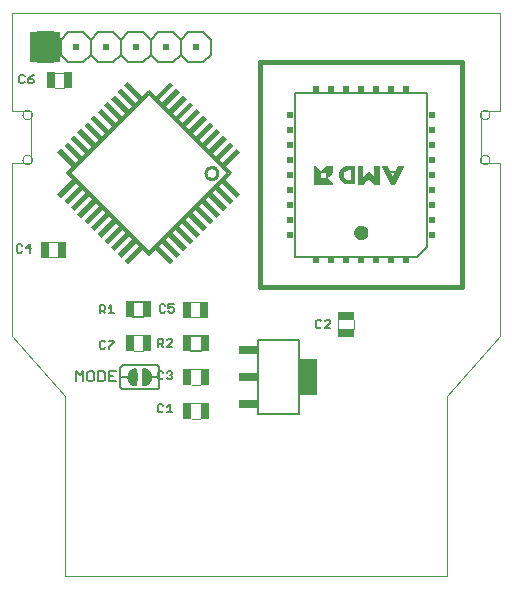
<source format=gto>
G75*
%MOIN*%
%OFA0B0*%
%FSLAX24Y24*%
%IPPOS*%
%LPD*%
%AMOC8*
5,1,8,0,0,1.08239X$1,22.5*
%
%ADD10C,0.0160*%
%ADD11R,0.1000X0.1000*%
%ADD12C,0.0000*%
%ADD13C,0.0040*%
%ADD14R,0.0571X0.0295*%
%ADD15C,0.0050*%
%ADD16C,0.0080*%
%ADD17C,0.0100*%
%ADD18R,0.0173X0.0697*%
%ADD19R,0.0173X0.0697*%
%ADD20R,0.0173X0.0697*%
%ADD21R,0.0697X0.0173*%
%ADD22R,0.0697X0.0173*%
%ADD23R,0.0697X0.0173*%
%ADD24C,0.0020*%
%ADD25C,0.0240*%
%ADD26R,0.0209X0.0228*%
%ADD27R,0.0228X0.0209*%
%ADD28R,0.0220X0.0140*%
%ADD29R,0.0300X0.0100*%
%ADD30R,0.0150X0.0600*%
%ADD31C,0.0008*%
%ADD32C,0.0060*%
%ADD33R,0.0200X0.0200*%
%ADD34R,0.0600X0.1200*%
%ADD35R,0.0600X0.0300*%
%ADD36R,0.0295X0.0571*%
%ADD37R,0.0256X0.0551*%
%ADD38C,0.0070*%
D10*
X008350Y011925D02*
X008350Y019425D01*
X015100Y019425D01*
X015100Y011925D01*
X008350Y011925D01*
D11*
X001200Y019935D03*
D12*
X001850Y002300D02*
X014600Y002300D01*
X014600Y008300D01*
X016350Y010300D01*
X016350Y016050D01*
X015725Y016050D01*
X015725Y017800D01*
X016350Y017800D01*
X016350Y021050D01*
X000100Y021050D01*
X000100Y017800D01*
X000725Y017800D01*
X000725Y016050D01*
X000100Y016050D01*
X000100Y010300D01*
X001850Y008300D01*
X001850Y002300D01*
X000443Y016175D02*
X000445Y016200D01*
X000451Y016224D01*
X000460Y016246D01*
X000473Y016267D01*
X000489Y016286D01*
X000508Y016302D01*
X000529Y016315D01*
X000551Y016324D01*
X000575Y016330D01*
X000600Y016332D01*
X000625Y016330D01*
X000649Y016324D01*
X000671Y016315D01*
X000692Y016302D01*
X000711Y016286D01*
X000727Y016267D01*
X000740Y016246D01*
X000749Y016224D01*
X000755Y016200D01*
X000757Y016175D01*
X000755Y016150D01*
X000749Y016126D01*
X000740Y016104D01*
X000727Y016083D01*
X000711Y016064D01*
X000692Y016048D01*
X000671Y016035D01*
X000649Y016026D01*
X000625Y016020D01*
X000600Y016018D01*
X000575Y016020D01*
X000551Y016026D01*
X000529Y016035D01*
X000508Y016048D01*
X000489Y016064D01*
X000473Y016083D01*
X000460Y016104D01*
X000451Y016126D01*
X000445Y016150D01*
X000443Y016175D01*
X000443Y017675D02*
X000445Y017700D01*
X000451Y017724D01*
X000460Y017746D01*
X000473Y017767D01*
X000489Y017786D01*
X000508Y017802D01*
X000529Y017815D01*
X000551Y017824D01*
X000575Y017830D01*
X000600Y017832D01*
X000625Y017830D01*
X000649Y017824D01*
X000671Y017815D01*
X000692Y017802D01*
X000711Y017786D01*
X000727Y017767D01*
X000740Y017746D01*
X000749Y017724D01*
X000755Y017700D01*
X000757Y017675D01*
X000755Y017650D01*
X000749Y017626D01*
X000740Y017604D01*
X000727Y017583D01*
X000711Y017564D01*
X000692Y017548D01*
X000671Y017535D01*
X000649Y017526D01*
X000625Y017520D01*
X000600Y017518D01*
X000575Y017520D01*
X000551Y017526D01*
X000529Y017535D01*
X000508Y017548D01*
X000489Y017564D01*
X000473Y017583D01*
X000460Y017604D01*
X000451Y017626D01*
X000445Y017650D01*
X000443Y017675D01*
X015693Y017675D02*
X015695Y017700D01*
X015701Y017724D01*
X015710Y017746D01*
X015723Y017767D01*
X015739Y017786D01*
X015758Y017802D01*
X015779Y017815D01*
X015801Y017824D01*
X015825Y017830D01*
X015850Y017832D01*
X015875Y017830D01*
X015899Y017824D01*
X015921Y017815D01*
X015942Y017802D01*
X015961Y017786D01*
X015977Y017767D01*
X015990Y017746D01*
X015999Y017724D01*
X016005Y017700D01*
X016007Y017675D01*
X016005Y017650D01*
X015999Y017626D01*
X015990Y017604D01*
X015977Y017583D01*
X015961Y017564D01*
X015942Y017548D01*
X015921Y017535D01*
X015899Y017526D01*
X015875Y017520D01*
X015850Y017518D01*
X015825Y017520D01*
X015801Y017526D01*
X015779Y017535D01*
X015758Y017548D01*
X015739Y017564D01*
X015723Y017583D01*
X015710Y017604D01*
X015701Y017626D01*
X015695Y017650D01*
X015693Y017675D01*
X015693Y016175D02*
X015695Y016200D01*
X015701Y016224D01*
X015710Y016246D01*
X015723Y016267D01*
X015739Y016286D01*
X015758Y016302D01*
X015779Y016315D01*
X015801Y016324D01*
X015825Y016330D01*
X015850Y016332D01*
X015875Y016330D01*
X015899Y016324D01*
X015921Y016315D01*
X015942Y016302D01*
X015961Y016286D01*
X015977Y016267D01*
X015990Y016246D01*
X015999Y016224D01*
X016005Y016200D01*
X016007Y016175D01*
X016005Y016150D01*
X015999Y016126D01*
X015990Y016104D01*
X015977Y016083D01*
X015961Y016064D01*
X015942Y016048D01*
X015921Y016035D01*
X015899Y016026D01*
X015875Y016020D01*
X015850Y016018D01*
X015825Y016020D01*
X015801Y016026D01*
X015779Y016035D01*
X015758Y016048D01*
X015739Y016064D01*
X015723Y016083D01*
X015710Y016104D01*
X015701Y016126D01*
X015695Y016150D01*
X015693Y016175D01*
D13*
X011485Y010825D02*
X011485Y010535D01*
X010965Y010525D02*
X010965Y010825D01*
X006375Y010915D02*
X006075Y010915D01*
X006075Y011435D02*
X006365Y011435D01*
X006375Y009185D02*
X006075Y009185D01*
X006085Y008665D02*
X006375Y008665D01*
X006375Y008060D02*
X006075Y008060D01*
X006085Y007540D02*
X006375Y007540D01*
X004450Y009810D02*
X004150Y009810D01*
X004150Y010330D02*
X004440Y010330D01*
X001625Y012915D02*
X001325Y012915D01*
X001325Y013435D02*
X001615Y013435D01*
X001525Y018560D02*
X001825Y018560D01*
X001815Y019080D02*
X001525Y019080D01*
D14*
X011225Y010963D03*
X011225Y010393D03*
D15*
X010701Y010565D02*
X010520Y010565D01*
X010701Y010745D01*
X010701Y010790D01*
X010655Y010835D01*
X010565Y010835D01*
X010520Y010790D01*
X010406Y010790D02*
X010361Y010835D01*
X010271Y010835D01*
X010226Y010790D01*
X010226Y010610D01*
X010271Y010565D01*
X010361Y010565D01*
X010406Y010610D01*
X005486Y011125D02*
X005440Y011080D01*
X005350Y011080D01*
X005305Y011125D01*
X005305Y011215D02*
X005395Y011260D01*
X005440Y011260D01*
X005486Y011215D01*
X005486Y011125D01*
X005305Y011215D02*
X005305Y011350D01*
X005486Y011350D01*
X005191Y011305D02*
X005146Y011350D01*
X005056Y011350D01*
X005011Y011305D01*
X005011Y011125D01*
X005056Y011080D01*
X005146Y011080D01*
X005191Y011125D01*
X005096Y010195D02*
X005141Y010150D01*
X005141Y010060D01*
X005096Y010015D01*
X004961Y010015D01*
X005051Y010015D02*
X005141Y009925D01*
X005255Y009925D02*
X005436Y010105D01*
X005436Y010150D01*
X005390Y010195D01*
X005300Y010195D01*
X005255Y010150D01*
X005096Y010195D02*
X004961Y010195D01*
X004961Y009925D01*
X005255Y009925D02*
X005436Y009925D01*
X005390Y009120D02*
X005436Y009075D01*
X005436Y009030D01*
X005390Y008985D01*
X005436Y008940D01*
X005436Y008895D01*
X005390Y008850D01*
X005300Y008850D01*
X005255Y008895D01*
X005141Y008895D02*
X005096Y008850D01*
X005006Y008850D01*
X004961Y008895D01*
X004961Y009075D01*
X005006Y009120D01*
X005096Y009120D01*
X005141Y009075D01*
X005255Y009075D02*
X005300Y009120D01*
X005390Y009120D01*
X005390Y008985D02*
X005345Y008985D01*
X005345Y008020D02*
X005345Y007750D01*
X005255Y007750D02*
X005436Y007750D01*
X005255Y007930D02*
X005345Y008020D01*
X005141Y007975D02*
X005096Y008020D01*
X005006Y008020D01*
X004961Y007975D01*
X004961Y007795D01*
X005006Y007750D01*
X005096Y007750D01*
X005141Y007795D01*
X004474Y008652D02*
X004451Y008925D01*
X004451Y008925D01*
X004474Y009198D01*
X004475Y009199D01*
X004507Y009194D01*
X004539Y009185D01*
X004569Y009173D01*
X004597Y009157D01*
X004624Y009138D01*
X004648Y009116D01*
X004669Y009092D01*
X004687Y009065D01*
X004702Y009036D01*
X004713Y009005D01*
X004721Y008974D01*
X004725Y008941D01*
X004725Y008909D01*
X004721Y008876D01*
X004713Y008845D01*
X004702Y008814D01*
X004687Y008785D01*
X004669Y008758D01*
X004648Y008734D01*
X004624Y008712D01*
X004597Y008693D01*
X004569Y008677D01*
X004539Y008665D01*
X004507Y008656D01*
X004475Y008651D01*
X004475Y008698D01*
X004503Y008703D01*
X004531Y008712D01*
X004557Y008724D01*
X004582Y008739D01*
X004605Y008757D01*
X004625Y008778D01*
X004642Y008802D01*
X004656Y008827D01*
X004667Y008854D01*
X004674Y008882D01*
X004678Y008911D01*
X004678Y008939D01*
X004674Y008968D01*
X004667Y008996D01*
X004656Y009023D01*
X004642Y009048D01*
X004625Y009072D01*
X004605Y009093D01*
X004582Y009111D01*
X004557Y009126D01*
X004531Y009138D01*
X004503Y009147D01*
X004475Y009152D01*
X004475Y009104D01*
X004500Y009099D01*
X004525Y009090D01*
X004547Y009078D01*
X004568Y009062D01*
X004587Y009044D01*
X004602Y009023D01*
X004615Y009000D01*
X004624Y008976D01*
X004629Y008951D01*
X004631Y008925D01*
X004629Y008899D01*
X004624Y008874D01*
X004615Y008850D01*
X004602Y008827D01*
X004587Y008806D01*
X004568Y008788D01*
X004547Y008772D01*
X004525Y008760D01*
X004500Y008751D01*
X004475Y008746D01*
X004475Y008793D01*
X004496Y008799D01*
X004516Y008808D01*
X004534Y008820D01*
X004550Y008835D01*
X004563Y008853D01*
X004573Y008872D01*
X004580Y008893D01*
X004584Y008914D01*
X004584Y008936D01*
X004580Y008957D01*
X004573Y008978D01*
X004563Y008997D01*
X004550Y009015D01*
X004534Y009030D01*
X004516Y009042D01*
X004496Y009051D01*
X004475Y009057D01*
X004475Y009008D01*
X004491Y009002D01*
X004505Y008993D01*
X004517Y008980D01*
X004527Y008966D01*
X004533Y008950D01*
X004537Y008934D01*
X004537Y008916D01*
X004533Y008900D01*
X004527Y008884D01*
X004517Y008870D01*
X004505Y008857D01*
X004491Y008848D01*
X004475Y008842D01*
X004473Y008893D01*
X004481Y008900D01*
X004487Y008909D01*
X004490Y008920D01*
X004490Y008930D01*
X004487Y008941D01*
X004481Y008950D01*
X004473Y008957D01*
X004226Y009198D02*
X004249Y008925D01*
X004249Y008925D01*
X004226Y008652D01*
X004225Y008651D01*
X004193Y008656D01*
X004161Y008665D01*
X004131Y008677D01*
X004103Y008693D01*
X004076Y008712D01*
X004052Y008734D01*
X004031Y008758D01*
X004013Y008785D01*
X003998Y008814D01*
X003987Y008845D01*
X003979Y008876D01*
X003975Y008909D01*
X003975Y008941D01*
X003979Y008974D01*
X003987Y009005D01*
X003998Y009036D01*
X004013Y009065D01*
X004031Y009092D01*
X004052Y009116D01*
X004076Y009138D01*
X004103Y009157D01*
X004131Y009173D01*
X004161Y009185D01*
X004193Y009194D01*
X004225Y009199D01*
X004225Y009152D01*
X004197Y009147D01*
X004169Y009138D01*
X004143Y009126D01*
X004118Y009111D01*
X004095Y009093D01*
X004075Y009072D01*
X004058Y009048D01*
X004044Y009023D01*
X004033Y008996D01*
X004026Y008968D01*
X004022Y008939D01*
X004022Y008911D01*
X004026Y008882D01*
X004033Y008854D01*
X004044Y008827D01*
X004058Y008802D01*
X004075Y008778D01*
X004095Y008757D01*
X004118Y008739D01*
X004143Y008724D01*
X004169Y008712D01*
X004197Y008703D01*
X004225Y008698D01*
X004225Y008746D01*
X004200Y008751D01*
X004175Y008760D01*
X004153Y008772D01*
X004132Y008788D01*
X004113Y008806D01*
X004098Y008827D01*
X004085Y008850D01*
X004076Y008874D01*
X004071Y008899D01*
X004069Y008925D01*
X004071Y008951D01*
X004076Y008976D01*
X004085Y009000D01*
X004098Y009023D01*
X004113Y009044D01*
X004132Y009062D01*
X004153Y009078D01*
X004175Y009090D01*
X004200Y009099D01*
X004225Y009104D01*
X004225Y009057D01*
X004204Y009051D01*
X004184Y009042D01*
X004166Y009030D01*
X004150Y009015D01*
X004137Y008997D01*
X004127Y008978D01*
X004120Y008957D01*
X004116Y008936D01*
X004116Y008914D01*
X004120Y008893D01*
X004127Y008872D01*
X004137Y008853D01*
X004150Y008835D01*
X004166Y008820D01*
X004184Y008808D01*
X004204Y008799D01*
X004225Y008793D01*
X004225Y008842D01*
X004209Y008848D01*
X004195Y008857D01*
X004183Y008870D01*
X004173Y008884D01*
X004167Y008900D01*
X004163Y008916D01*
X004163Y008934D01*
X004167Y008950D01*
X004173Y008966D01*
X004183Y008980D01*
X004195Y008993D01*
X004209Y009002D01*
X004225Y009008D01*
X004227Y008957D01*
X004219Y008950D01*
X004213Y008941D01*
X004210Y008930D01*
X004210Y008920D01*
X004213Y008909D01*
X004219Y008900D01*
X004227Y008893D01*
X003320Y009875D02*
X003320Y009920D01*
X003500Y010100D01*
X003500Y010145D01*
X003320Y010145D01*
X003205Y010100D02*
X003160Y010145D01*
X003070Y010145D01*
X003025Y010100D01*
X003025Y009920D01*
X003070Y009875D01*
X003160Y009875D01*
X003205Y009920D01*
X003205Y011050D02*
X003115Y011140D01*
X003160Y011140D02*
X003025Y011140D01*
X003025Y011050D02*
X003025Y011320D01*
X003160Y011320D01*
X003205Y011275D01*
X003205Y011185D01*
X003160Y011140D01*
X003320Y011050D02*
X003500Y011050D01*
X003410Y011050D02*
X003410Y011320D01*
X003320Y011230D01*
X000690Y013080D02*
X000690Y013350D01*
X000555Y013215D01*
X000736Y013215D01*
X000441Y013125D02*
X000396Y013080D01*
X000306Y013080D01*
X000261Y013125D01*
X000261Y013305D01*
X000306Y013350D01*
X000396Y013350D01*
X000441Y013305D01*
X000471Y018725D02*
X000516Y018770D01*
X000471Y018725D02*
X000381Y018725D01*
X000336Y018770D01*
X000336Y018950D01*
X000381Y018995D01*
X000471Y018995D01*
X000516Y018950D01*
X000630Y018860D02*
X000765Y018860D01*
X000811Y018815D01*
X000811Y018770D01*
X000765Y018725D01*
X000675Y018725D01*
X000630Y018770D01*
X000630Y018860D01*
X000720Y018950D01*
X000811Y018995D01*
D16*
X001918Y015727D02*
X004652Y012993D01*
X007386Y015727D01*
X004652Y018461D01*
X001918Y015727D01*
X002029Y015727D02*
X004652Y018349D01*
X007277Y015724D01*
X004655Y013102D01*
X002029Y015727D01*
X009516Y018403D02*
X009516Y012947D01*
X013603Y012947D01*
X013934Y013277D01*
X013934Y018403D01*
X009516Y018403D01*
X011285Y015925D02*
X011255Y015923D01*
X011225Y015918D01*
X011196Y015909D01*
X011169Y015896D01*
X011143Y015881D01*
X011119Y015862D01*
X011098Y015841D01*
X011079Y015817D01*
X011064Y015791D01*
X011051Y015764D01*
X011042Y015735D01*
X011037Y015705D01*
X011035Y015675D01*
X011037Y015645D01*
X011042Y015615D01*
X011051Y015586D01*
X011064Y015559D01*
X011079Y015533D01*
X011098Y015509D01*
X011119Y015488D01*
X011143Y015469D01*
X011169Y015454D01*
X011196Y015441D01*
X011225Y015432D01*
X011255Y015427D01*
X011285Y015425D01*
D17*
X011285Y015465D02*
X011258Y015467D01*
X011231Y015472D01*
X011205Y015481D01*
X011180Y015493D01*
X011157Y015508D01*
X011137Y015527D01*
X011118Y015547D01*
X011103Y015570D01*
X011091Y015595D01*
X011082Y015621D01*
X011077Y015648D01*
X011075Y015675D01*
X011077Y015702D01*
X011082Y015729D01*
X011091Y015755D01*
X011103Y015780D01*
X011118Y015803D01*
X011137Y015823D01*
X011157Y015842D01*
X011180Y015857D01*
X011205Y015869D01*
X011231Y015878D01*
X011258Y015883D01*
X011285Y015885D01*
X006543Y015727D02*
X006545Y015754D01*
X006551Y015781D01*
X006560Y015807D01*
X006573Y015831D01*
X006589Y015854D01*
X006608Y015873D01*
X006630Y015890D01*
X006654Y015904D01*
X006679Y015914D01*
X006706Y015921D01*
X006733Y015924D01*
X006761Y015923D01*
X006788Y015918D01*
X006814Y015910D01*
X006838Y015898D01*
X006861Y015882D01*
X006882Y015864D01*
X006899Y015843D01*
X006914Y015819D01*
X006925Y015794D01*
X006933Y015768D01*
X006937Y015741D01*
X006937Y015713D01*
X006933Y015686D01*
X006925Y015660D01*
X006914Y015635D01*
X006899Y015611D01*
X006882Y015590D01*
X006861Y015572D01*
X006839Y015556D01*
X006814Y015544D01*
X006788Y015536D01*
X006761Y015531D01*
X006733Y015530D01*
X006706Y015533D01*
X006679Y015540D01*
X006654Y015550D01*
X006630Y015564D01*
X006608Y015581D01*
X006589Y015600D01*
X006573Y015623D01*
X006560Y015647D01*
X006551Y015673D01*
X006545Y015700D01*
X006543Y015727D01*
D18*
G36*
X007575Y016544D02*
X007696Y016423D01*
X007205Y015932D01*
X007084Y016053D01*
X007575Y016544D01*
G37*
G36*
X006461Y017657D02*
X006582Y017536D01*
X006091Y017045D01*
X005970Y017166D01*
X006461Y017657D01*
G37*
G36*
X005348Y018771D02*
X005469Y018650D01*
X004978Y018159D01*
X004857Y018280D01*
X005348Y018771D01*
G37*
G36*
X002099Y015522D02*
X002220Y015401D01*
X001729Y014910D01*
X001608Y015031D01*
X002099Y015522D01*
G37*
G36*
X003212Y014408D02*
X003333Y014287D01*
X002842Y013796D01*
X002721Y013917D01*
X003212Y014408D01*
G37*
G36*
X004326Y013295D02*
X004447Y013174D01*
X003956Y012683D01*
X003835Y012804D01*
X004326Y013295D01*
G37*
D19*
G36*
X004103Y013518D02*
X004224Y013397D01*
X003733Y012906D01*
X003612Y013027D01*
X004103Y013518D01*
G37*
G36*
X003435Y014186D02*
X003556Y014065D01*
X003065Y013574D01*
X002944Y013695D01*
X003435Y014186D01*
G37*
G36*
X002990Y014631D02*
X003111Y014510D01*
X002620Y014019D01*
X002499Y014140D01*
X002990Y014631D01*
G37*
G36*
X002322Y015299D02*
X002443Y015178D01*
X001952Y014687D01*
X001831Y014808D01*
X002322Y015299D01*
G37*
G36*
X005570Y018548D02*
X005691Y018427D01*
X005200Y017936D01*
X005079Y018057D01*
X005570Y018548D01*
G37*
G36*
X006238Y017880D02*
X006359Y017759D01*
X005868Y017268D01*
X005747Y017389D01*
X006238Y017880D01*
G37*
G36*
X006684Y017434D02*
X006805Y017313D01*
X006314Y016822D01*
X006193Y016943D01*
X006684Y017434D01*
G37*
G36*
X007352Y016766D02*
X007473Y016645D01*
X006982Y016154D01*
X006861Y016275D01*
X007352Y016766D01*
G37*
D20*
G36*
X007129Y016989D02*
X007250Y016868D01*
X006759Y016377D01*
X006638Y016498D01*
X007129Y016989D01*
G37*
G36*
X006907Y017212D02*
X007028Y017091D01*
X006537Y016600D01*
X006416Y016721D01*
X006907Y017212D01*
G37*
G36*
X006016Y018103D02*
X006137Y017982D01*
X005646Y017491D01*
X005525Y017612D01*
X006016Y018103D01*
G37*
G36*
X005793Y018325D02*
X005914Y018204D01*
X005423Y017713D01*
X005302Y017834D01*
X005793Y018325D01*
G37*
G36*
X002767Y014854D02*
X002888Y014733D01*
X002397Y014242D01*
X002276Y014363D01*
X002767Y014854D01*
G37*
G36*
X002544Y015077D02*
X002665Y014956D01*
X002174Y014465D01*
X002053Y014586D01*
X002544Y015077D01*
G37*
G36*
X003658Y013963D02*
X003779Y013842D01*
X003288Y013351D01*
X003167Y013472D01*
X003658Y013963D01*
G37*
G36*
X003881Y013740D02*
X004002Y013619D01*
X003511Y013128D01*
X003390Y013249D01*
X003881Y013740D01*
G37*
D21*
G36*
X004978Y013295D02*
X005469Y012804D01*
X005348Y012683D01*
X004857Y013174D01*
X004978Y013295D01*
G37*
G36*
X006091Y014408D02*
X006582Y013917D01*
X006461Y013796D01*
X005970Y014287D01*
X006091Y014408D01*
G37*
G36*
X007205Y015522D02*
X007696Y015031D01*
X007575Y014910D01*
X007084Y015401D01*
X007205Y015522D01*
G37*
G36*
X003956Y018771D02*
X004447Y018280D01*
X004326Y018159D01*
X003835Y018650D01*
X003956Y018771D01*
G37*
G36*
X002842Y017657D02*
X003333Y017166D01*
X003212Y017045D01*
X002721Y017536D01*
X002842Y017657D01*
G37*
G36*
X001729Y016544D02*
X002220Y016053D01*
X002099Y015932D01*
X001608Y016423D01*
X001729Y016544D01*
G37*
D22*
G36*
X001952Y016766D02*
X002443Y016275D01*
X002322Y016154D01*
X001831Y016645D01*
X001952Y016766D01*
G37*
G36*
X002620Y017434D02*
X003111Y016943D01*
X002990Y016822D01*
X002499Y017313D01*
X002620Y017434D01*
G37*
G36*
X003065Y017880D02*
X003556Y017389D01*
X003435Y017268D01*
X002944Y017759D01*
X003065Y017880D01*
G37*
G36*
X003733Y018548D02*
X004224Y018057D01*
X004103Y017936D01*
X003612Y018427D01*
X003733Y018548D01*
G37*
G36*
X006314Y014631D02*
X006805Y014140D01*
X006684Y014019D01*
X006193Y014510D01*
X006314Y014631D01*
G37*
G36*
X005868Y014186D02*
X006359Y013695D01*
X006238Y013574D01*
X005747Y014065D01*
X005868Y014186D01*
G37*
G36*
X005200Y013518D02*
X005691Y013027D01*
X005570Y012906D01*
X005079Y013397D01*
X005200Y013518D01*
G37*
G36*
X006982Y015299D02*
X007473Y014808D01*
X007352Y014687D01*
X006861Y015178D01*
X006982Y015299D01*
G37*
D23*
G36*
X006759Y015077D02*
X007250Y014586D01*
X007129Y014465D01*
X006638Y014956D01*
X006759Y015077D01*
G37*
G36*
X006537Y014854D02*
X007028Y014363D01*
X006907Y014242D01*
X006416Y014733D01*
X006537Y014854D01*
G37*
G36*
X005646Y013963D02*
X006137Y013472D01*
X006016Y013351D01*
X005525Y013842D01*
X005646Y013963D01*
G37*
G36*
X005423Y013740D02*
X005914Y013249D01*
X005793Y013128D01*
X005302Y013619D01*
X005423Y013740D01*
G37*
G36*
X002397Y017212D02*
X002888Y016721D01*
X002767Y016600D01*
X002276Y017091D01*
X002397Y017212D01*
G37*
G36*
X002174Y016989D02*
X002665Y016498D01*
X002544Y016377D01*
X002053Y016868D01*
X002174Y016989D01*
G37*
G36*
X003288Y018103D02*
X003779Y017612D01*
X003658Y017491D01*
X003167Y017982D01*
X003288Y018103D01*
G37*
G36*
X003511Y018325D02*
X004002Y017834D01*
X003881Y017713D01*
X003390Y018204D01*
X003511Y018325D01*
G37*
D24*
X011285Y015965D02*
X011253Y015963D01*
X011220Y015958D01*
X011189Y015949D01*
X011159Y015936D01*
X011131Y015921D01*
X011104Y015902D01*
X011080Y015880D01*
X011058Y015856D01*
X011039Y015829D01*
X011024Y015801D01*
X011011Y015771D01*
X011002Y015740D01*
X010997Y015707D01*
X010995Y015675D01*
X010997Y015643D01*
X011002Y015610D01*
X011011Y015579D01*
X011024Y015549D01*
X011039Y015521D01*
X011058Y015494D01*
X011080Y015470D01*
X011104Y015448D01*
X011131Y015429D01*
X011159Y015414D01*
X011189Y015401D01*
X011220Y015392D01*
X011253Y015387D01*
X011285Y015385D01*
D25*
X011607Y013746D02*
X011609Y013767D01*
X011615Y013787D01*
X011624Y013807D01*
X011636Y013824D01*
X011651Y013838D01*
X011669Y013850D01*
X011689Y013858D01*
X011709Y013863D01*
X011730Y013864D01*
X011751Y013861D01*
X011771Y013855D01*
X011790Y013844D01*
X011807Y013831D01*
X011820Y013815D01*
X011831Y013797D01*
X011839Y013777D01*
X011843Y013757D01*
X011843Y013735D01*
X011839Y013715D01*
X011831Y013695D01*
X011820Y013677D01*
X011807Y013661D01*
X011790Y013648D01*
X011771Y013637D01*
X011751Y013631D01*
X011730Y013628D01*
X011709Y013629D01*
X011689Y013634D01*
X011669Y013642D01*
X011651Y013654D01*
X011636Y013668D01*
X011624Y013685D01*
X011615Y013705D01*
X011609Y013725D01*
X011607Y013746D01*
D26*
X011723Y012825D03*
X011223Y012825D03*
X010723Y012825D03*
X010223Y012825D03*
X012223Y012825D03*
X012723Y012825D03*
X013223Y012825D03*
X013227Y018525D03*
X012727Y018525D03*
X012227Y018525D03*
X011727Y018525D03*
X011227Y018525D03*
X010727Y018525D03*
X010227Y018525D03*
D27*
X009347Y017677D03*
X009347Y017177D03*
X009347Y016677D03*
X009347Y016177D03*
X009347Y015677D03*
X009347Y015177D03*
X009347Y014677D03*
X009347Y014177D03*
X009347Y013677D03*
X014103Y013673D03*
X014103Y014173D03*
X014103Y014673D03*
X014103Y015173D03*
X014103Y015673D03*
X014103Y016173D03*
X014103Y016673D03*
X014103Y017173D03*
X014103Y017673D03*
D28*
X011385Y015905D03*
X011385Y015445D03*
D29*
X012775Y015775D03*
D30*
X011450Y015675D03*
D31*
X011625Y015673D02*
X011775Y015673D01*
X011775Y015679D02*
X011625Y015679D01*
X011625Y015686D02*
X011775Y015686D01*
X011775Y015692D02*
X011625Y015692D01*
X011625Y015698D02*
X011775Y015698D01*
X011775Y015705D02*
X011625Y015705D01*
X011625Y015711D02*
X011775Y015711D01*
X011775Y015718D02*
X011625Y015718D01*
X011625Y015724D02*
X011775Y015724D01*
X011775Y015730D02*
X011625Y015730D01*
X011625Y015737D02*
X011775Y015737D01*
X011775Y015743D02*
X011625Y015743D01*
X011625Y015749D02*
X011775Y015749D01*
X011775Y015756D02*
X011625Y015756D01*
X011625Y015762D02*
X011775Y015762D01*
X011775Y015769D02*
X011625Y015769D01*
X011625Y015775D02*
X011775Y015775D01*
X011775Y015781D02*
X011625Y015781D01*
X011625Y015788D02*
X011775Y015788D01*
X011775Y015794D02*
X011625Y015794D01*
X011625Y015800D02*
X011775Y015800D01*
X011775Y015807D02*
X011625Y015807D01*
X011625Y015813D02*
X011775Y015813D01*
X011775Y015820D02*
X011625Y015820D01*
X011625Y015826D02*
X011775Y015826D01*
X011775Y015832D02*
X011625Y015832D01*
X011625Y015839D02*
X011775Y015839D01*
X011775Y015845D02*
X011625Y015845D01*
X011625Y015851D02*
X011775Y015851D01*
X011775Y015858D02*
X011625Y015858D01*
X011625Y015864D02*
X011775Y015864D01*
X011775Y015871D02*
X011625Y015871D01*
X011625Y015877D02*
X011775Y015877D01*
X011775Y015883D02*
X011625Y015883D01*
X011625Y015890D02*
X011775Y015890D01*
X011775Y015896D02*
X011625Y015896D01*
X011625Y015902D02*
X011775Y015902D01*
X011775Y015909D02*
X011625Y015909D01*
X011625Y015915D02*
X011775Y015915D01*
X011775Y015922D02*
X011625Y015922D01*
X011625Y015928D02*
X011775Y015928D01*
X011775Y015934D02*
X011625Y015934D01*
X011625Y015941D02*
X011775Y015941D01*
X011775Y015947D02*
X011625Y015947D01*
X011625Y015953D02*
X011775Y015953D01*
X011775Y015960D02*
X011625Y015960D01*
X011625Y015966D02*
X011775Y015966D01*
X011775Y015973D02*
X011625Y015973D01*
X011625Y015975D02*
X011775Y015975D01*
X011775Y015575D01*
X011975Y015775D01*
X012175Y015575D01*
X012175Y015975D01*
X012325Y015975D01*
X012325Y015375D01*
X012175Y015375D01*
X011975Y015575D01*
X011775Y015375D01*
X011625Y015375D01*
X011625Y015975D01*
X011625Y015667D02*
X011775Y015667D01*
X011775Y015660D02*
X011625Y015660D01*
X011625Y015654D02*
X011775Y015654D01*
X011775Y015647D02*
X011625Y015647D01*
X011625Y015641D02*
X011775Y015641D01*
X011775Y015635D02*
X011625Y015635D01*
X011625Y015628D02*
X011775Y015628D01*
X011775Y015622D02*
X011625Y015622D01*
X011625Y015616D02*
X011775Y015616D01*
X011775Y015609D02*
X011625Y015609D01*
X011625Y015603D02*
X011775Y015603D01*
X011775Y015596D02*
X011625Y015596D01*
X011625Y015590D02*
X011775Y015590D01*
X011775Y015584D02*
X011625Y015584D01*
X011625Y015577D02*
X011775Y015577D01*
X011777Y015577D02*
X012173Y015577D01*
X012175Y015577D02*
X012325Y015577D01*
X012325Y015571D02*
X011979Y015571D01*
X011971Y015571D02*
X011625Y015571D01*
X011625Y015565D02*
X011965Y015565D01*
X011958Y015558D02*
X011625Y015558D01*
X011625Y015552D02*
X011952Y015552D01*
X011945Y015545D02*
X011625Y015545D01*
X011625Y015539D02*
X011939Y015539D01*
X011933Y015533D02*
X011625Y015533D01*
X011625Y015526D02*
X011926Y015526D01*
X011920Y015520D02*
X011625Y015520D01*
X011625Y015514D02*
X011914Y015514D01*
X011907Y015507D02*
X011625Y015507D01*
X011625Y015501D02*
X011901Y015501D01*
X011894Y015494D02*
X011625Y015494D01*
X011625Y015488D02*
X011888Y015488D01*
X011882Y015482D02*
X011625Y015482D01*
X011625Y015475D02*
X011875Y015475D01*
X011869Y015469D02*
X011625Y015469D01*
X011625Y015463D02*
X011863Y015463D01*
X011856Y015456D02*
X011625Y015456D01*
X011625Y015450D02*
X011850Y015450D01*
X011843Y015443D02*
X011625Y015443D01*
X011625Y015437D02*
X011837Y015437D01*
X011831Y015431D02*
X011625Y015431D01*
X011625Y015424D02*
X011824Y015424D01*
X011818Y015418D02*
X011625Y015418D01*
X011625Y015412D02*
X011812Y015412D01*
X011805Y015405D02*
X011625Y015405D01*
X011625Y015399D02*
X011799Y015399D01*
X011792Y015392D02*
X011625Y015392D01*
X011625Y015386D02*
X011786Y015386D01*
X011780Y015380D02*
X011625Y015380D01*
X011784Y015584D02*
X012166Y015584D01*
X012160Y015590D02*
X011790Y015590D01*
X011796Y015596D02*
X012154Y015596D01*
X012147Y015603D02*
X011803Y015603D01*
X011809Y015609D02*
X012141Y015609D01*
X012134Y015616D02*
X011816Y015616D01*
X011822Y015622D02*
X012128Y015622D01*
X012122Y015628D02*
X011828Y015628D01*
X011835Y015635D02*
X012115Y015635D01*
X012109Y015641D02*
X011841Y015641D01*
X011847Y015647D02*
X012103Y015647D01*
X012096Y015654D02*
X011854Y015654D01*
X011860Y015660D02*
X012090Y015660D01*
X012083Y015667D02*
X011867Y015667D01*
X011873Y015673D02*
X012077Y015673D01*
X012071Y015679D02*
X011879Y015679D01*
X011886Y015686D02*
X012064Y015686D01*
X012058Y015692D02*
X011892Y015692D01*
X011898Y015698D02*
X012052Y015698D01*
X012045Y015705D02*
X011905Y015705D01*
X011911Y015711D02*
X012039Y015711D01*
X012032Y015718D02*
X011918Y015718D01*
X011924Y015724D02*
X012026Y015724D01*
X012020Y015730D02*
X011930Y015730D01*
X011937Y015737D02*
X012013Y015737D01*
X012007Y015743D02*
X011943Y015743D01*
X011949Y015749D02*
X012001Y015749D01*
X011994Y015756D02*
X011956Y015756D01*
X011962Y015762D02*
X011988Y015762D01*
X011981Y015769D02*
X011969Y015769D01*
X011975Y015775D02*
X011975Y015775D01*
X011985Y015565D02*
X012325Y015565D01*
X012325Y015558D02*
X011992Y015558D01*
X011998Y015552D02*
X012325Y015552D01*
X012325Y015545D02*
X012005Y015545D01*
X012011Y015539D02*
X012325Y015539D01*
X012325Y015533D02*
X012017Y015533D01*
X012024Y015526D02*
X012325Y015526D01*
X012325Y015520D02*
X012030Y015520D01*
X012036Y015514D02*
X012325Y015514D01*
X012325Y015507D02*
X012043Y015507D01*
X012049Y015501D02*
X012325Y015501D01*
X012325Y015494D02*
X012056Y015494D01*
X012062Y015488D02*
X012325Y015488D01*
X012325Y015482D02*
X012068Y015482D01*
X012075Y015475D02*
X012325Y015475D01*
X012325Y015469D02*
X012081Y015469D01*
X012087Y015463D02*
X012325Y015463D01*
X012325Y015456D02*
X012094Y015456D01*
X012100Y015450D02*
X012325Y015450D01*
X012325Y015443D02*
X012107Y015443D01*
X012113Y015437D02*
X012325Y015437D01*
X012325Y015431D02*
X012119Y015431D01*
X012126Y015424D02*
X012325Y015424D01*
X012325Y015418D02*
X012132Y015418D01*
X012138Y015412D02*
X012325Y015412D01*
X012325Y015405D02*
X012145Y015405D01*
X012151Y015399D02*
X012325Y015399D01*
X012325Y015392D02*
X012158Y015392D01*
X012164Y015386D02*
X012325Y015386D01*
X012325Y015380D02*
X012170Y015380D01*
X012175Y015584D02*
X012325Y015584D01*
X012325Y015590D02*
X012175Y015590D01*
X012175Y015596D02*
X012325Y015596D01*
X012325Y015603D02*
X012175Y015603D01*
X012175Y015609D02*
X012325Y015609D01*
X012325Y015616D02*
X012175Y015616D01*
X012175Y015622D02*
X012325Y015622D01*
X012325Y015628D02*
X012175Y015628D01*
X012175Y015635D02*
X012325Y015635D01*
X012325Y015641D02*
X012175Y015641D01*
X012175Y015647D02*
X012325Y015647D01*
X012325Y015654D02*
X012175Y015654D01*
X012175Y015660D02*
X012325Y015660D01*
X012325Y015667D02*
X012175Y015667D01*
X012175Y015673D02*
X012325Y015673D01*
X012325Y015679D02*
X012175Y015679D01*
X012175Y015686D02*
X012325Y015686D01*
X012325Y015692D02*
X012175Y015692D01*
X012175Y015698D02*
X012325Y015698D01*
X012325Y015705D02*
X012175Y015705D01*
X012175Y015711D02*
X012325Y015711D01*
X012325Y015718D02*
X012175Y015718D01*
X012175Y015724D02*
X012325Y015724D01*
X012325Y015730D02*
X012175Y015730D01*
X012175Y015737D02*
X012325Y015737D01*
X012325Y015743D02*
X012175Y015743D01*
X012175Y015749D02*
X012325Y015749D01*
X012325Y015756D02*
X012175Y015756D01*
X012175Y015762D02*
X012325Y015762D01*
X012325Y015769D02*
X012175Y015769D01*
X012175Y015775D02*
X012325Y015775D01*
X012325Y015781D02*
X012175Y015781D01*
X012175Y015788D02*
X012325Y015788D01*
X012325Y015794D02*
X012175Y015794D01*
X012175Y015800D02*
X012325Y015800D01*
X012325Y015807D02*
X012175Y015807D01*
X012175Y015813D02*
X012325Y015813D01*
X012325Y015820D02*
X012175Y015820D01*
X012175Y015826D02*
X012325Y015826D01*
X012325Y015832D02*
X012175Y015832D01*
X012175Y015839D02*
X012325Y015839D01*
X012325Y015845D02*
X012175Y015845D01*
X012175Y015851D02*
X012325Y015851D01*
X012325Y015858D02*
X012175Y015858D01*
X012175Y015864D02*
X012325Y015864D01*
X012325Y015871D02*
X012175Y015871D01*
X012175Y015877D02*
X012325Y015877D01*
X012325Y015883D02*
X012175Y015883D01*
X012175Y015890D02*
X012325Y015890D01*
X012325Y015896D02*
X012175Y015896D01*
X012175Y015902D02*
X012325Y015902D01*
X012325Y015909D02*
X012175Y015909D01*
X012175Y015915D02*
X012325Y015915D01*
X012325Y015922D02*
X012175Y015922D01*
X012175Y015928D02*
X012325Y015928D01*
X012325Y015934D02*
X012175Y015934D01*
X012175Y015941D02*
X012325Y015941D01*
X012325Y015947D02*
X012175Y015947D01*
X012175Y015953D02*
X012325Y015953D01*
X012325Y015960D02*
X012175Y015960D01*
X012175Y015966D02*
X012325Y015966D01*
X012325Y015973D02*
X012175Y015973D01*
X012425Y015975D02*
X012575Y015975D01*
X012775Y015575D01*
X012975Y015975D01*
X013125Y015975D01*
X012825Y015375D01*
X012725Y015375D01*
X012425Y015975D01*
X012426Y015973D02*
X012576Y015973D01*
X012579Y015966D02*
X012429Y015966D01*
X012433Y015960D02*
X012583Y015960D01*
X012586Y015953D02*
X012436Y015953D01*
X012439Y015947D02*
X012589Y015947D01*
X012592Y015941D02*
X012442Y015941D01*
X012445Y015934D02*
X012595Y015934D01*
X012599Y015928D02*
X012449Y015928D01*
X012452Y015922D02*
X012602Y015922D01*
X012605Y015915D02*
X012455Y015915D01*
X012458Y015909D02*
X012608Y015909D01*
X012611Y015902D02*
X012461Y015902D01*
X012464Y015896D02*
X012614Y015896D01*
X012618Y015890D02*
X012468Y015890D01*
X012471Y015883D02*
X012621Y015883D01*
X012624Y015877D02*
X012474Y015877D01*
X012477Y015871D02*
X012627Y015871D01*
X012630Y015864D02*
X012480Y015864D01*
X012484Y015858D02*
X012634Y015858D01*
X012637Y015851D02*
X012487Y015851D01*
X012490Y015845D02*
X012640Y015845D01*
X012643Y015839D02*
X012493Y015839D01*
X012496Y015832D02*
X012646Y015832D01*
X012650Y015826D02*
X012500Y015826D01*
X012503Y015820D02*
X012653Y015820D01*
X012656Y015813D02*
X012506Y015813D01*
X012509Y015807D02*
X012659Y015807D01*
X012662Y015800D02*
X012512Y015800D01*
X012515Y015794D02*
X012665Y015794D01*
X012669Y015788D02*
X012519Y015788D01*
X012522Y015781D02*
X012672Y015781D01*
X012675Y015775D02*
X012525Y015775D01*
X012528Y015769D02*
X012678Y015769D01*
X012681Y015762D02*
X012531Y015762D01*
X012535Y015756D02*
X012685Y015756D01*
X012688Y015749D02*
X012538Y015749D01*
X012541Y015743D02*
X012691Y015743D01*
X012694Y015737D02*
X012544Y015737D01*
X012547Y015730D02*
X012697Y015730D01*
X012701Y015724D02*
X012551Y015724D01*
X012554Y015718D02*
X012704Y015718D01*
X012707Y015711D02*
X012557Y015711D01*
X012560Y015705D02*
X012710Y015705D01*
X012713Y015698D02*
X012563Y015698D01*
X012566Y015692D02*
X012716Y015692D01*
X012720Y015686D02*
X012570Y015686D01*
X012573Y015679D02*
X012723Y015679D01*
X012726Y015673D02*
X012576Y015673D01*
X012579Y015667D02*
X012729Y015667D01*
X012732Y015660D02*
X012582Y015660D01*
X012586Y015654D02*
X012736Y015654D01*
X012739Y015647D02*
X012589Y015647D01*
X012592Y015641D02*
X012742Y015641D01*
X012745Y015635D02*
X012595Y015635D01*
X012598Y015628D02*
X012748Y015628D01*
X012752Y015622D02*
X012602Y015622D01*
X012605Y015616D02*
X012755Y015616D01*
X012758Y015609D02*
X012608Y015609D01*
X012611Y015603D02*
X012761Y015603D01*
X012764Y015596D02*
X012614Y015596D01*
X012617Y015590D02*
X012767Y015590D01*
X012771Y015584D02*
X012621Y015584D01*
X012624Y015577D02*
X012774Y015577D01*
X012776Y015577D02*
X012926Y015577D01*
X012923Y015571D02*
X012627Y015571D01*
X012630Y015565D02*
X012920Y015565D01*
X012917Y015558D02*
X012633Y015558D01*
X012637Y015552D02*
X012913Y015552D01*
X012910Y015545D02*
X012640Y015545D01*
X012643Y015539D02*
X012907Y015539D01*
X012904Y015533D02*
X012646Y015533D01*
X012649Y015526D02*
X012901Y015526D01*
X012897Y015520D02*
X012653Y015520D01*
X012656Y015514D02*
X012894Y015514D01*
X012891Y015507D02*
X012659Y015507D01*
X012662Y015501D02*
X012888Y015501D01*
X012885Y015494D02*
X012665Y015494D01*
X012668Y015488D02*
X012882Y015488D01*
X012878Y015482D02*
X012672Y015482D01*
X012675Y015475D02*
X012875Y015475D01*
X012872Y015469D02*
X012678Y015469D01*
X012681Y015463D02*
X012869Y015463D01*
X012866Y015456D02*
X012684Y015456D01*
X012688Y015450D02*
X012862Y015450D01*
X012859Y015443D02*
X012691Y015443D01*
X012694Y015437D02*
X012856Y015437D01*
X012853Y015431D02*
X012697Y015431D01*
X012700Y015424D02*
X012850Y015424D01*
X012846Y015418D02*
X012704Y015418D01*
X012707Y015412D02*
X012843Y015412D01*
X012840Y015405D02*
X012710Y015405D01*
X012713Y015399D02*
X012837Y015399D01*
X012834Y015392D02*
X012716Y015392D01*
X012719Y015386D02*
X012831Y015386D01*
X012827Y015380D02*
X012723Y015380D01*
X012779Y015584D02*
X012929Y015584D01*
X012933Y015590D02*
X012783Y015590D01*
X012786Y015596D02*
X012936Y015596D01*
X012939Y015603D02*
X012789Y015603D01*
X012792Y015609D02*
X012942Y015609D01*
X012945Y015616D02*
X012795Y015616D01*
X012798Y015622D02*
X012948Y015622D01*
X012952Y015628D02*
X012802Y015628D01*
X012805Y015635D02*
X012955Y015635D01*
X012958Y015641D02*
X012808Y015641D01*
X012811Y015647D02*
X012961Y015647D01*
X012964Y015654D02*
X012814Y015654D01*
X012818Y015660D02*
X012968Y015660D01*
X012971Y015667D02*
X012821Y015667D01*
X012824Y015673D02*
X012974Y015673D01*
X012977Y015679D02*
X012827Y015679D01*
X012830Y015686D02*
X012980Y015686D01*
X012984Y015692D02*
X012834Y015692D01*
X012837Y015698D02*
X012987Y015698D01*
X012990Y015705D02*
X012840Y015705D01*
X012843Y015711D02*
X012993Y015711D01*
X012996Y015718D02*
X012846Y015718D01*
X012849Y015724D02*
X012999Y015724D01*
X013003Y015730D02*
X012853Y015730D01*
X012856Y015737D02*
X013006Y015737D01*
X013009Y015743D02*
X012859Y015743D01*
X012862Y015749D02*
X013012Y015749D01*
X013015Y015756D02*
X012865Y015756D01*
X012869Y015762D02*
X013019Y015762D01*
X013022Y015769D02*
X012872Y015769D01*
X012875Y015775D02*
X013025Y015775D01*
X013028Y015781D02*
X012878Y015781D01*
X012881Y015788D02*
X013031Y015788D01*
X013035Y015794D02*
X012885Y015794D01*
X012888Y015800D02*
X013038Y015800D01*
X013041Y015807D02*
X012891Y015807D01*
X012894Y015813D02*
X013044Y015813D01*
X013047Y015820D02*
X012897Y015820D01*
X012900Y015826D02*
X013050Y015826D01*
X013054Y015832D02*
X012904Y015832D01*
X012907Y015839D02*
X013057Y015839D01*
X013060Y015845D02*
X012910Y015845D01*
X012913Y015851D02*
X013063Y015851D01*
X013066Y015858D02*
X012916Y015858D01*
X012920Y015864D02*
X013070Y015864D01*
X013073Y015871D02*
X012923Y015871D01*
X012926Y015877D02*
X013076Y015877D01*
X013079Y015883D02*
X012929Y015883D01*
X012932Y015890D02*
X013082Y015890D01*
X013086Y015896D02*
X012936Y015896D01*
X012939Y015902D02*
X013089Y015902D01*
X013092Y015909D02*
X012942Y015909D01*
X012945Y015915D02*
X013095Y015915D01*
X013098Y015922D02*
X012948Y015922D01*
X012951Y015928D02*
X013101Y015928D01*
X013105Y015934D02*
X012955Y015934D01*
X012958Y015941D02*
X013108Y015941D01*
X013111Y015947D02*
X012961Y015947D01*
X012964Y015953D02*
X013114Y015953D01*
X013117Y015960D02*
X012967Y015960D01*
X012971Y015966D02*
X013121Y015966D01*
X013124Y015973D02*
X012974Y015973D01*
X010775Y015975D02*
X010775Y015775D01*
X010575Y015575D01*
X010575Y015775D01*
X010375Y015775D01*
X010575Y015975D01*
X010775Y015975D01*
X010775Y015973D02*
X010573Y015973D01*
X010566Y015966D02*
X010775Y015966D01*
X010775Y015960D02*
X010560Y015960D01*
X010553Y015953D02*
X010775Y015953D01*
X010775Y015947D02*
X010547Y015947D01*
X010541Y015941D02*
X010775Y015941D01*
X010775Y015934D02*
X010534Y015934D01*
X010528Y015928D02*
X010775Y015928D01*
X010775Y015922D02*
X010522Y015922D01*
X010515Y015915D02*
X010775Y015915D01*
X010775Y015909D02*
X010509Y015909D01*
X010502Y015902D02*
X010775Y015902D01*
X010775Y015896D02*
X010496Y015896D01*
X010490Y015890D02*
X010775Y015890D01*
X010775Y015883D02*
X010483Y015883D01*
X010477Y015877D02*
X010775Y015877D01*
X010775Y015871D02*
X010471Y015871D01*
X010464Y015864D02*
X010775Y015864D01*
X010775Y015858D02*
X010458Y015858D01*
X010451Y015851D02*
X010775Y015851D01*
X010775Y015845D02*
X010445Y015845D01*
X010439Y015839D02*
X010775Y015839D01*
X010775Y015832D02*
X010432Y015832D01*
X010426Y015826D02*
X010775Y015826D01*
X010775Y015820D02*
X010420Y015820D01*
X010413Y015813D02*
X010775Y015813D01*
X010775Y015807D02*
X010407Y015807D01*
X010400Y015800D02*
X010775Y015800D01*
X010775Y015794D02*
X010394Y015794D01*
X010388Y015788D02*
X010775Y015788D01*
X010775Y015781D02*
X010381Y015781D01*
X010375Y015775D02*
X010375Y015575D01*
X010575Y015575D01*
X010775Y015375D01*
X010175Y015375D01*
X010175Y015975D01*
X010375Y015775D01*
X010175Y015775D01*
X010175Y015781D02*
X010369Y015781D01*
X010362Y015788D02*
X010175Y015788D01*
X010175Y015794D02*
X010356Y015794D01*
X010350Y015800D02*
X010175Y015800D01*
X010175Y015807D02*
X010343Y015807D01*
X010337Y015813D02*
X010175Y015813D01*
X010175Y015820D02*
X010330Y015820D01*
X010324Y015826D02*
X010175Y015826D01*
X010175Y015832D02*
X010318Y015832D01*
X010311Y015839D02*
X010175Y015839D01*
X010175Y015845D02*
X010305Y015845D01*
X010299Y015851D02*
X010175Y015851D01*
X010175Y015858D02*
X010292Y015858D01*
X010286Y015864D02*
X010175Y015864D01*
X010175Y015871D02*
X010279Y015871D01*
X010273Y015877D02*
X010175Y015877D01*
X010175Y015883D02*
X010267Y015883D01*
X010260Y015890D02*
X010175Y015890D01*
X010175Y015896D02*
X010254Y015896D01*
X010248Y015902D02*
X010175Y015902D01*
X010175Y015909D02*
X010241Y015909D01*
X010235Y015915D02*
X010175Y015915D01*
X010175Y015922D02*
X010228Y015922D01*
X010222Y015928D02*
X010175Y015928D01*
X010175Y015934D02*
X010216Y015934D01*
X010209Y015941D02*
X010175Y015941D01*
X010175Y015947D02*
X010203Y015947D01*
X010197Y015953D02*
X010175Y015953D01*
X010175Y015960D02*
X010190Y015960D01*
X010184Y015966D02*
X010175Y015966D01*
X010175Y015973D02*
X010177Y015973D01*
X010175Y015769D02*
X010375Y015769D01*
X010375Y015762D02*
X010175Y015762D01*
X010175Y015756D02*
X010375Y015756D01*
X010375Y015749D02*
X010175Y015749D01*
X010175Y015743D02*
X010375Y015743D01*
X010375Y015737D02*
X010175Y015737D01*
X010175Y015730D02*
X010375Y015730D01*
X010375Y015724D02*
X010175Y015724D01*
X010175Y015718D02*
X010375Y015718D01*
X010375Y015711D02*
X010175Y015711D01*
X010175Y015705D02*
X010375Y015705D01*
X010375Y015698D02*
X010175Y015698D01*
X010175Y015692D02*
X010375Y015692D01*
X010375Y015686D02*
X010175Y015686D01*
X010175Y015679D02*
X010375Y015679D01*
X010375Y015673D02*
X010175Y015673D01*
X010175Y015667D02*
X010375Y015667D01*
X010375Y015660D02*
X010175Y015660D01*
X010175Y015654D02*
X010375Y015654D01*
X010375Y015647D02*
X010175Y015647D01*
X010175Y015641D02*
X010375Y015641D01*
X010375Y015635D02*
X010175Y015635D01*
X010175Y015628D02*
X010375Y015628D01*
X010375Y015622D02*
X010175Y015622D01*
X010175Y015616D02*
X010375Y015616D01*
X010375Y015609D02*
X010175Y015609D01*
X010175Y015603D02*
X010375Y015603D01*
X010375Y015596D02*
X010175Y015596D01*
X010175Y015590D02*
X010375Y015590D01*
X010375Y015584D02*
X010175Y015584D01*
X010175Y015577D02*
X010375Y015577D01*
X010575Y015577D02*
X010577Y015577D01*
X010579Y015571D02*
X010175Y015571D01*
X010175Y015565D02*
X010585Y015565D01*
X010592Y015558D02*
X010175Y015558D01*
X010175Y015552D02*
X010598Y015552D01*
X010605Y015545D02*
X010175Y015545D01*
X010175Y015539D02*
X010611Y015539D01*
X010617Y015533D02*
X010175Y015533D01*
X010175Y015526D02*
X010624Y015526D01*
X010630Y015520D02*
X010175Y015520D01*
X010175Y015514D02*
X010636Y015514D01*
X010643Y015507D02*
X010175Y015507D01*
X010175Y015501D02*
X010649Y015501D01*
X010656Y015494D02*
X010175Y015494D01*
X010175Y015488D02*
X010662Y015488D01*
X010668Y015482D02*
X010175Y015482D01*
X010175Y015475D02*
X010675Y015475D01*
X010681Y015469D02*
X010175Y015469D01*
X010175Y015463D02*
X010687Y015463D01*
X010694Y015456D02*
X010175Y015456D01*
X010175Y015450D02*
X010700Y015450D01*
X010707Y015443D02*
X010175Y015443D01*
X010175Y015437D02*
X010713Y015437D01*
X010719Y015431D02*
X010175Y015431D01*
X010175Y015424D02*
X010726Y015424D01*
X010732Y015418D02*
X010175Y015418D01*
X010175Y015412D02*
X010738Y015412D01*
X010745Y015405D02*
X010175Y015405D01*
X010175Y015399D02*
X010751Y015399D01*
X010758Y015392D02*
X010175Y015392D01*
X010175Y015386D02*
X010764Y015386D01*
X010770Y015380D02*
X010175Y015380D01*
X010575Y015584D02*
X010584Y015584D01*
X010590Y015590D02*
X010575Y015590D01*
X010575Y015596D02*
X010596Y015596D01*
X010603Y015603D02*
X010575Y015603D01*
X010575Y015609D02*
X010609Y015609D01*
X010616Y015616D02*
X010575Y015616D01*
X010575Y015622D02*
X010622Y015622D01*
X010628Y015628D02*
X010575Y015628D01*
X010575Y015635D02*
X010635Y015635D01*
X010641Y015641D02*
X010575Y015641D01*
X010575Y015647D02*
X010647Y015647D01*
X010654Y015654D02*
X010575Y015654D01*
X010575Y015660D02*
X010660Y015660D01*
X010667Y015667D02*
X010575Y015667D01*
X010575Y015673D02*
X010673Y015673D01*
X010679Y015679D02*
X010575Y015679D01*
X010575Y015686D02*
X010686Y015686D01*
X010692Y015692D02*
X010575Y015692D01*
X010575Y015698D02*
X010698Y015698D01*
X010705Y015705D02*
X010575Y015705D01*
X010575Y015711D02*
X010711Y015711D01*
X010718Y015718D02*
X010575Y015718D01*
X010575Y015724D02*
X010724Y015724D01*
X010730Y015730D02*
X010575Y015730D01*
X010575Y015737D02*
X010737Y015737D01*
X010743Y015743D02*
X010575Y015743D01*
X010575Y015749D02*
X010749Y015749D01*
X010756Y015756D02*
X010575Y015756D01*
X010575Y015762D02*
X010762Y015762D01*
X010769Y015769D02*
X010575Y015769D01*
X010575Y015775D02*
X010775Y015775D01*
D32*
X006725Y019675D02*
X006475Y019425D01*
X005975Y019425D01*
X005725Y019675D01*
X005475Y019425D01*
X004975Y019425D01*
X004725Y019675D01*
X004475Y019425D01*
X003975Y019425D01*
X003725Y019675D01*
X003475Y019425D01*
X002975Y019425D01*
X002725Y019675D01*
X002475Y019425D01*
X001975Y019425D01*
X001725Y019675D01*
X001475Y019425D01*
X000975Y019425D01*
X000725Y019675D01*
X000725Y020175D01*
X000975Y020425D01*
X001475Y020425D01*
X001725Y020175D01*
X001975Y020425D01*
X002475Y020425D01*
X002725Y020175D01*
X002725Y019675D01*
X002725Y020175D02*
X002975Y020425D01*
X003475Y020425D01*
X003725Y020175D01*
X003975Y020425D01*
X004475Y020425D01*
X004725Y020175D01*
X004975Y020425D01*
X005475Y020425D01*
X005725Y020175D01*
X005975Y020425D01*
X006475Y020425D01*
X006725Y020175D01*
X006725Y019675D01*
X005725Y019675D02*
X005725Y020175D01*
X004725Y020175D02*
X004725Y019675D01*
X003725Y019675D02*
X003725Y020175D01*
X001725Y020175D02*
X001725Y019675D01*
X004139Y011445D02*
X004461Y011445D01*
X004461Y010945D02*
X004139Y010945D01*
X003800Y009325D02*
X004900Y009325D01*
X004917Y009323D01*
X004934Y009319D01*
X004950Y009312D01*
X004964Y009302D01*
X004977Y009289D01*
X004987Y009275D01*
X004994Y009259D01*
X004998Y009242D01*
X005000Y009225D01*
X005000Y008625D01*
X004998Y008608D01*
X004994Y008591D01*
X004987Y008575D01*
X004977Y008561D01*
X004964Y008548D01*
X004950Y008538D01*
X004934Y008531D01*
X004917Y008527D01*
X004900Y008525D01*
X003800Y008525D01*
X003783Y008527D01*
X003766Y008531D01*
X003750Y008538D01*
X003736Y008548D01*
X003723Y008561D01*
X003713Y008575D01*
X003706Y008591D01*
X003702Y008608D01*
X003700Y008625D01*
X003700Y009225D01*
X003702Y009242D01*
X003706Y009259D01*
X003713Y009275D01*
X003723Y009289D01*
X003736Y009302D01*
X003750Y009312D01*
X003766Y009319D01*
X003783Y009323D01*
X003800Y009325D01*
X003750Y008925D02*
X003950Y008925D01*
X004750Y008925D02*
X004950Y008925D01*
X006064Y009800D02*
X006386Y009800D01*
X006386Y010300D02*
X006064Y010300D01*
X008294Y010155D02*
X008294Y007695D01*
X009656Y007695D01*
X009656Y010155D01*
X008294Y010155D01*
D33*
X006225Y019925D03*
X005225Y019925D03*
X004225Y019925D03*
X003225Y019925D03*
X002225Y019925D03*
X001225Y019925D03*
D34*
X009975Y008925D03*
D35*
X007975Y008925D03*
X007975Y008025D03*
X007975Y009825D03*
D36*
X006513Y008925D03*
X005943Y008925D03*
X005943Y007800D03*
X006513Y007800D03*
X004582Y010070D03*
X004012Y010070D03*
X005937Y011175D03*
X006507Y011175D03*
X001757Y013175D03*
X001187Y013175D03*
X001387Y018820D03*
X001957Y018820D03*
D37*
X004012Y011194D03*
X004592Y011194D03*
X005933Y010051D03*
X006513Y010051D03*
D38*
X003560Y009115D02*
X003340Y009115D01*
X003340Y008785D01*
X003560Y008785D01*
X003450Y008950D02*
X003340Y008950D01*
X003192Y008840D02*
X003137Y008785D01*
X002972Y008785D01*
X002972Y009115D01*
X003137Y009115D01*
X003192Y009060D01*
X003192Y008840D01*
X002824Y008840D02*
X002824Y009060D01*
X002768Y009115D01*
X002658Y009115D01*
X002603Y009060D01*
X002603Y008840D01*
X002658Y008785D01*
X002768Y008785D01*
X002824Y008840D01*
X002455Y008785D02*
X002455Y009115D01*
X002345Y009005D01*
X002235Y009115D01*
X002235Y008785D01*
M02*

</source>
